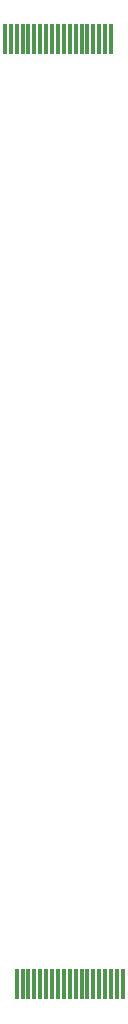
<source format=gbr>
G04 #@! TF.GenerationSoftware,KiCad,Pcbnew,5.1.2-f72e74a~84~ubuntu18.04.1*
G04 #@! TF.CreationDate,2019-07-30T17:28:06-04:00*
G04 #@! TF.ProjectId,kvm-base,6b766d2d-6261-4736-952e-6b696361645f,rev?*
G04 #@! TF.SameCoordinates,Original*
G04 #@! TF.FileFunction,Paste,Bot*
G04 #@! TF.FilePolarity,Positive*
%FSLAX46Y46*%
G04 Gerber Fmt 4.6, Leading zero omitted, Abs format (unit mm)*
G04 Created by KiCad (PCBNEW 5.1.2-f72e74a~84~ubuntu18.04.1) date 2019-07-30 17:28:06*
%MOMM*%
%LPD*%
G04 APERTURE LIST*
%ADD10R,0.300000X2.600000*%
G04 APERTURE END LIST*
D10*
X54500000Y-31000000D03*
X55000000Y-31000000D03*
X55500000Y-31000000D03*
X56000000Y-31000000D03*
X56500000Y-31000000D03*
X57000000Y-31000000D03*
X57500000Y-31000000D03*
X58000000Y-31000000D03*
X58500000Y-31000000D03*
X59000000Y-31000000D03*
X59500000Y-31000000D03*
X60000000Y-31000000D03*
X60500000Y-31000000D03*
X61000000Y-31000000D03*
X61500000Y-31000000D03*
X62000000Y-31000000D03*
X62500000Y-31000000D03*
X63000000Y-31000000D03*
X63500000Y-31000000D03*
X64500000Y-111000000D03*
X64000000Y-111000000D03*
X63500000Y-111000000D03*
X63000000Y-111000000D03*
X62500000Y-111000000D03*
X62000000Y-111000000D03*
X61500000Y-111000000D03*
X61000000Y-111000000D03*
X60500000Y-111000000D03*
X60000000Y-111000000D03*
X59500000Y-111000000D03*
X59000000Y-111000000D03*
X58500000Y-111000000D03*
X58000000Y-111000000D03*
X57500000Y-111000000D03*
X57000000Y-111000000D03*
X56500000Y-111000000D03*
X56000000Y-111000000D03*
X55500000Y-111000000D03*
M02*

</source>
